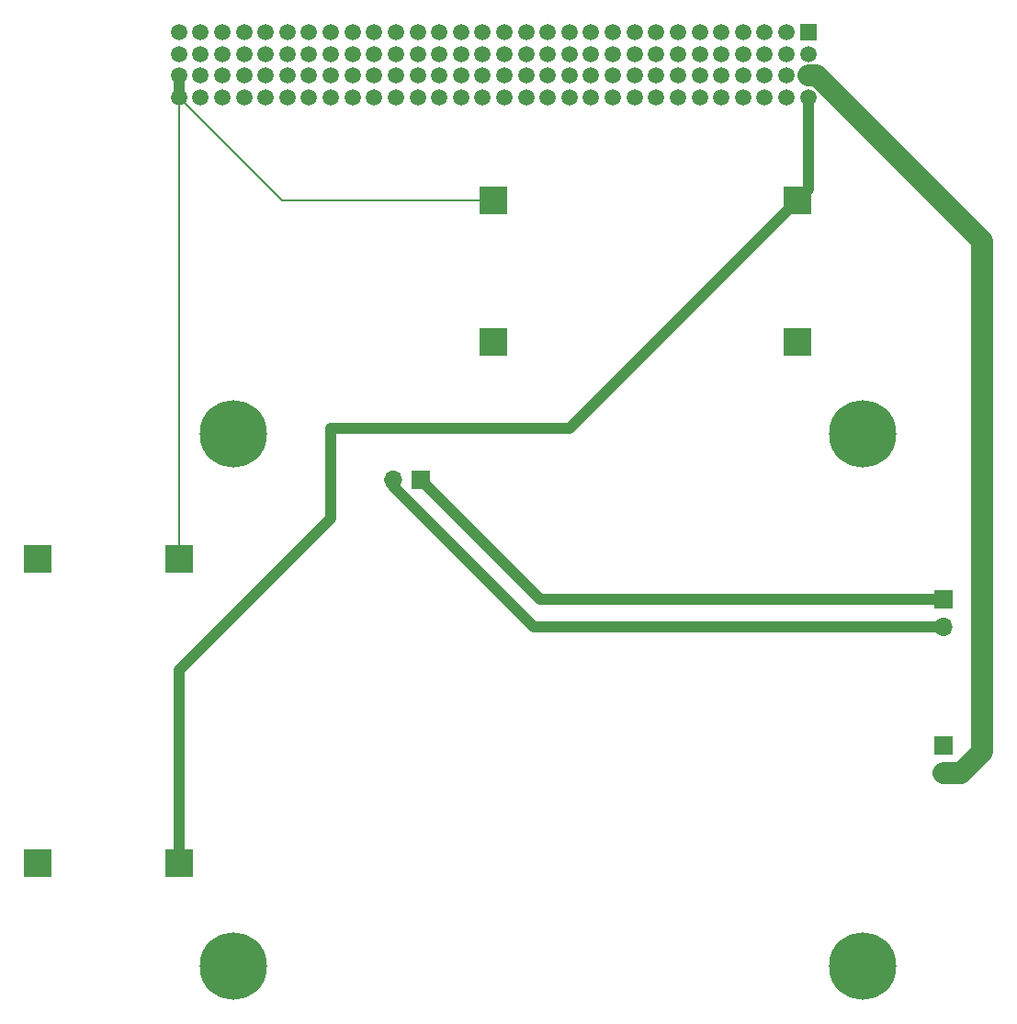
<source format=gbr>
%TF.GenerationSoftware,KiCad,Pcbnew,8.0.0*%
%TF.CreationDate,2025-01-17T03:21:48+02:00*%
%TF.ProjectId,diplomna_2024_solar_pcb_layout,6469706c-6f6d-46e6-915f-323032345f73,rev?*%
%TF.SameCoordinates,Original*%
%TF.FileFunction,Copper,L1,Top*%
%TF.FilePolarity,Positive*%
%FSLAX46Y46*%
G04 Gerber Fmt 4.6, Leading zero omitted, Abs format (unit mm)*
G04 Created by KiCad (PCBNEW 8.0.0) date 2025-01-17 03:21:48*
%MOMM*%
%LPD*%
G01*
G04 APERTURE LIST*
%TA.AperFunction,ComponentPad*%
%ADD10R,2.500000X2.500000*%
%TD*%
%TA.AperFunction,ComponentPad*%
%ADD11R,1.700000X1.700000*%
%TD*%
%TA.AperFunction,ComponentPad*%
%ADD12O,1.700000X1.700000*%
%TD*%
%TA.AperFunction,ComponentPad*%
%ADD13C,6.200000*%
%TD*%
%TA.AperFunction,ComponentPad*%
%ADD14R,1.500000X1.500000*%
%TD*%
%TA.AperFunction,ComponentPad*%
%ADD15C,1.500000*%
%TD*%
%TA.AperFunction,Conductor*%
%ADD16C,1.000000*%
%TD*%
%TA.AperFunction,Conductor*%
%ADD17C,0.200000*%
%TD*%
%TA.AperFunction,Conductor*%
%ADD18C,2.000000*%
%TD*%
G04 APERTURE END LIST*
D10*
%TO.P,REF\u002A\u002A,1*%
%TO.N,vdd*%
X198000000Y-109000000D03*
%TD*%
%TO.P,REF\u002A\u002A,1*%
%TO.N,BAT-OUT*%
X198000000Y-137000000D03*
%TD*%
%TO.P,REF\u002A\u002A,1*%
%TO.N,GND*%
X185000000Y-137000000D03*
%TD*%
%TO.P,REF\u002A\u002A,1*%
%TO.N,GND*%
X185000000Y-109000000D03*
%TD*%
%TO.P,REF\u002A\u002A,1*%
%TO.N,GND*%
X227000000Y-89000000D03*
%TD*%
%TO.P,REF\u002A\u002A,1*%
%TO.N,vdd*%
X227000000Y-76000000D03*
%TD*%
%TO.P,REF\u002A\u002A,1*%
%TO.N,BAT-OUT*%
X255000000Y-76000000D03*
%TD*%
%TO.P,REF\u002A\u002A,1*%
%TO.N,GND*%
X255000000Y-89000000D03*
%TD*%
D11*
%TO.P,REF\u002A\u002A,1*%
%TO.N,-*%
X220275000Y-101725000D03*
D12*
%TO.P,REF\u002A\u002A,2*%
%TO.N,+*%
X217735000Y-101725000D03*
%TD*%
D11*
%TO.P,REF\u002A\u002A,1*%
%TO.N,-*%
X268500000Y-112725000D03*
D12*
%TO.P,REF\u002A\u002A,2*%
%TO.N,+*%
X268500000Y-115265000D03*
%TD*%
D11*
%TO.P,REF\u002A\u002A,1*%
%TO.N,GND*%
X268500000Y-126225000D03*
D12*
%TO.P,REF\u002A\u002A,2*%
%TO.N,BAT-IN*%
X268500000Y-128765000D03*
%TD*%
D13*
%TO.P,,S1*%
%TO.N,N/C*%
X203000000Y-97500000D03*
X203000000Y-146500000D03*
%TO.P,,S2*%
X261000000Y-97500000D03*
%TO.P,,S3*%
X261000000Y-146500000D03*
%TD*%
D14*
%TO.P,J\u002A\u002A,1*%
%TO.N,GND*%
X256000000Y-60500000D03*
D15*
%TO.P,J\u002A\u002A,2*%
X254000000Y-60500000D03*
%TO.P,J\u002A\u002A,3*%
%TO.N,N/C*%
X252000000Y-60500000D03*
%TO.P,J\u002A\u002A,4*%
X250000000Y-60500000D03*
%TO.P,J\u002A\u002A,5*%
X248000000Y-60500000D03*
%TO.P,J\u002A\u002A,6*%
X246000000Y-60500000D03*
%TO.P,J\u002A\u002A,7*%
X244000000Y-60500000D03*
%TO.P,J\u002A\u002A,8*%
X242000000Y-60500000D03*
%TO.P,J\u002A\u002A,9*%
X240000000Y-60500000D03*
%TO.P,J\u002A\u002A,10*%
X238000000Y-60500000D03*
%TO.P,J\u002A\u002A,11*%
X236000000Y-60500000D03*
%TO.P,J\u002A\u002A,12*%
X234000000Y-60500000D03*
%TO.P,J\u002A\u002A,13*%
X232000000Y-60500000D03*
%TO.P,J\u002A\u002A,14*%
X230000000Y-60500000D03*
%TO.P,J\u002A\u002A,15*%
X228000000Y-60500000D03*
%TO.P,J\u002A\u002A,16*%
X226000000Y-60500000D03*
%TO.P,J\u002A\u002A,17*%
X224000000Y-60500000D03*
%TO.P,J\u002A\u002A,18*%
X222000000Y-60500000D03*
%TO.P,J\u002A\u002A,19*%
X220000000Y-60500000D03*
%TO.P,J\u002A\u002A,20*%
X218000000Y-60500000D03*
%TO.P,J\u002A\u002A,21*%
X216000000Y-60500000D03*
%TO.P,J\u002A\u002A,22*%
X214000000Y-60500000D03*
%TO.P,J\u002A\u002A,23*%
X212000000Y-60500000D03*
%TO.P,J\u002A\u002A,24*%
X210000000Y-60500000D03*
%TO.P,J\u002A\u002A,25*%
X208000000Y-60500000D03*
%TO.P,J\u002A\u002A,26*%
X206000000Y-60500000D03*
%TO.P,J\u002A\u002A,27*%
X204000000Y-60500000D03*
%TO.P,J\u002A\u002A,28*%
X202000000Y-60500000D03*
%TO.P,J\u002A\u002A,29*%
X200000000Y-60500000D03*
%TO.P,J\u002A\u002A,30*%
%TO.N,GND*%
X198000000Y-60500000D03*
%TO.P,J\u002A\u002A,31*%
X256000000Y-62500000D03*
%TO.P,J\u002A\u002A,32*%
%TO.N,N/C*%
X254000000Y-62500000D03*
%TO.P,J\u002A\u002A,33*%
X252000000Y-62500000D03*
%TO.P,J\u002A\u002A,34*%
X250000000Y-62500000D03*
%TO.P,J\u002A\u002A,35*%
X248000000Y-62500000D03*
%TO.P,J\u002A\u002A,36*%
X246000000Y-62500000D03*
%TO.P,J\u002A\u002A,37*%
X244000000Y-62500000D03*
%TO.P,J\u002A\u002A,38*%
X242000000Y-62500000D03*
%TO.P,J\u002A\u002A,39*%
X240000000Y-62500000D03*
%TO.P,J\u002A\u002A,40*%
X238000000Y-62500000D03*
%TO.P,J\u002A\u002A,41*%
X236000000Y-62500000D03*
%TO.P,J\u002A\u002A,42*%
X234000000Y-62500000D03*
%TO.P,J\u002A\u002A,43*%
X232000000Y-62500000D03*
%TO.P,J\u002A\u002A,44*%
X230000000Y-62500000D03*
%TO.P,J\u002A\u002A,45*%
X228000000Y-62500000D03*
%TO.P,J\u002A\u002A,46*%
X226000000Y-62500000D03*
%TO.P,J\u002A\u002A,47*%
X224000000Y-62500000D03*
%TO.P,J\u002A\u002A,48*%
X222000000Y-62500000D03*
%TO.P,J\u002A\u002A,49*%
X220000000Y-62500000D03*
%TO.P,J\u002A\u002A,50*%
X218000000Y-62500000D03*
%TO.P,J\u002A\u002A,51*%
X216000000Y-62500000D03*
%TO.P,J\u002A\u002A,52*%
X214000000Y-62500000D03*
%TO.P,J\u002A\u002A,53*%
X212000000Y-62500000D03*
%TO.P,J\u002A\u002A,54*%
X210000000Y-62500000D03*
%TO.P,J\u002A\u002A,55*%
X208000000Y-62500000D03*
%TO.P,J\u002A\u002A,56*%
X206000000Y-62500000D03*
%TO.P,J\u002A\u002A,57*%
X204000000Y-62500000D03*
%TO.P,J\u002A\u002A,58*%
X202000000Y-62500000D03*
%TO.P,J\u002A\u002A,59*%
X200000000Y-62500000D03*
%TO.P,J\u002A\u002A,60*%
X198000000Y-62500000D03*
%TO.P,J\u002A\u002A,61*%
%TO.N,BAT-IN*%
X256000000Y-64500000D03*
%TO.P,J\u002A\u002A,62*%
%TO.N,N/C*%
X254000000Y-64500000D03*
%TO.P,J\u002A\u002A,63*%
X252000000Y-64500000D03*
%TO.P,J\u002A\u002A,64*%
X250000000Y-64500000D03*
%TO.P,J\u002A\u002A,65*%
X248000000Y-64500000D03*
%TO.P,J\u002A\u002A,66*%
X246000000Y-64500000D03*
%TO.P,J\u002A\u002A,67*%
X244000000Y-64500000D03*
%TO.P,J\u002A\u002A,68*%
X242000000Y-64500000D03*
%TO.P,J\u002A\u002A,69*%
X240000000Y-64500000D03*
%TO.P,J\u002A\u002A,70*%
X238000000Y-64500000D03*
%TO.P,J\u002A\u002A,71*%
X236000000Y-64500000D03*
%TO.P,J\u002A\u002A,72*%
X234000000Y-64500000D03*
%TO.P,J\u002A\u002A,73*%
X232000000Y-64500000D03*
%TO.P,J\u002A\u002A,74*%
X230000000Y-64500000D03*
%TO.P,J\u002A\u002A,75*%
X228000000Y-64500000D03*
%TO.P,J\u002A\u002A,76*%
X226000000Y-64500000D03*
%TO.P,J\u002A\u002A,77*%
X224000000Y-64500000D03*
%TO.P,J\u002A\u002A,78*%
X222000000Y-64500000D03*
%TO.P,J\u002A\u002A,79*%
X220000000Y-64500000D03*
%TO.P,J\u002A\u002A,80*%
X218000000Y-64500000D03*
%TO.P,J\u002A\u002A,81*%
X216000000Y-64500000D03*
%TO.P,J\u002A\u002A,82*%
X214000000Y-64500000D03*
%TO.P,J\u002A\u002A,83*%
X212000000Y-64500000D03*
%TO.P,J\u002A\u002A,84*%
X210000000Y-64500000D03*
%TO.P,J\u002A\u002A,85*%
X208000000Y-64500000D03*
%TO.P,J\u002A\u002A,86*%
X206000000Y-64500000D03*
%TO.P,J\u002A\u002A,87*%
X204000000Y-64500000D03*
%TO.P,J\u002A\u002A,88*%
X202000000Y-64500000D03*
%TO.P,J\u002A\u002A,89*%
X200000000Y-64500000D03*
%TO.P,J\u002A\u002A,90*%
%TO.N,vdd*%
X198000000Y-64500000D03*
%TO.P,J\u002A\u002A,91*%
%TO.N,BAT-OUT*%
X256000000Y-66500000D03*
%TO.P,J\u002A\u002A,92*%
%TO.N,N/C*%
X254000000Y-66500000D03*
%TO.P,J\u002A\u002A,93*%
X252000000Y-66500000D03*
%TO.P,J\u002A\u002A,94*%
X250000000Y-66500000D03*
%TO.P,J\u002A\u002A,95*%
X248000000Y-66500000D03*
%TO.P,J\u002A\u002A,96*%
X246000000Y-66500000D03*
%TO.P,J\u002A\u002A,97*%
X244000000Y-66500000D03*
%TO.P,J\u002A\u002A,98*%
X242000000Y-66500000D03*
%TO.P,J\u002A\u002A,99*%
X240000000Y-66500000D03*
%TO.P,J\u002A\u002A,100*%
X238000000Y-66500000D03*
%TO.P,J\u002A\u002A,101*%
X236000000Y-66500000D03*
%TO.P,J\u002A\u002A,102*%
X234000000Y-66500000D03*
%TO.P,J\u002A\u002A,103*%
X232000000Y-66500000D03*
%TO.P,J\u002A\u002A,104*%
X230000000Y-66500000D03*
%TO.P,J\u002A\u002A,105*%
X228000000Y-66500000D03*
%TO.P,J\u002A\u002A,106*%
X226000000Y-66500000D03*
%TO.P,J\u002A\u002A,107*%
X224000000Y-66500000D03*
%TO.P,J\u002A\u002A,108*%
X222000000Y-66500000D03*
%TO.P,J\u002A\u002A,109*%
X220000000Y-66500000D03*
%TO.P,J\u002A\u002A,110*%
X218000000Y-66500000D03*
%TO.P,J\u002A\u002A,111*%
X216000000Y-66500000D03*
%TO.P,J\u002A\u002A,112*%
X214000000Y-66500000D03*
%TO.P,J\u002A\u002A,113*%
X212000000Y-66500000D03*
%TO.P,J\u002A\u002A,114*%
X210000000Y-66500000D03*
%TO.P,J\u002A\u002A,115*%
X208000000Y-66500000D03*
%TO.P,J\u002A\u002A,116*%
X206000000Y-66500000D03*
%TO.P,J\u002A\u002A,117*%
X204000000Y-66500000D03*
%TO.P,J\u002A\u002A,118*%
X202000000Y-66500000D03*
%TO.P,J\u002A\u002A,119*%
X200000000Y-66500000D03*
%TO.P,J\u002A\u002A,120*%
%TO.N,vdd*%
X198000000Y-66500000D03*
%TD*%
D16*
%TO.N,vdd*%
X198000000Y-64500000D02*
X198000000Y-66500000D01*
D17*
X198000000Y-109000000D02*
X198000000Y-66500000D01*
X207500000Y-76000000D02*
X198000000Y-66500000D01*
X227000000Y-76000000D02*
X207500000Y-76000000D01*
D16*
%TO.N,BAT-OUT*%
X198000000Y-119267968D02*
X198000000Y-137000000D01*
X212000000Y-105267968D02*
X198000000Y-119267968D01*
X212000000Y-97000000D02*
X212000000Y-105267968D01*
X234000000Y-97000000D02*
X212000000Y-97000000D01*
X255000000Y-76000000D02*
X234000000Y-97000000D01*
X256000000Y-75000000D02*
X255000000Y-76000000D01*
X256000000Y-66500000D02*
X256000000Y-75000000D01*
%TO.N,+*%
X230715000Y-115265000D02*
X217735000Y-102285000D01*
X268500000Y-115265000D02*
X230715000Y-115265000D01*
X217735000Y-102285000D02*
X217735000Y-101725000D01*
%TO.N,-*%
X231275000Y-112725000D02*
X220275000Y-101725000D01*
X268500000Y-112725000D02*
X231275000Y-112725000D01*
D18*
%TO.N,BAT-IN*%
X272000000Y-126825000D02*
X270060000Y-128765000D01*
X270060000Y-128765000D02*
X268500000Y-128765000D01*
X272000000Y-79742283D02*
X272000000Y-126825000D01*
X256000000Y-64500000D02*
X256757717Y-64500000D01*
X256757717Y-64500000D02*
X272000000Y-79742283D01*
D17*
%TO.N,*%
X203928000Y-66572000D02*
X204000000Y-66500000D01*
X238000000Y-66600000D02*
X238000000Y-66500000D01*
%TD*%
M02*

</source>
